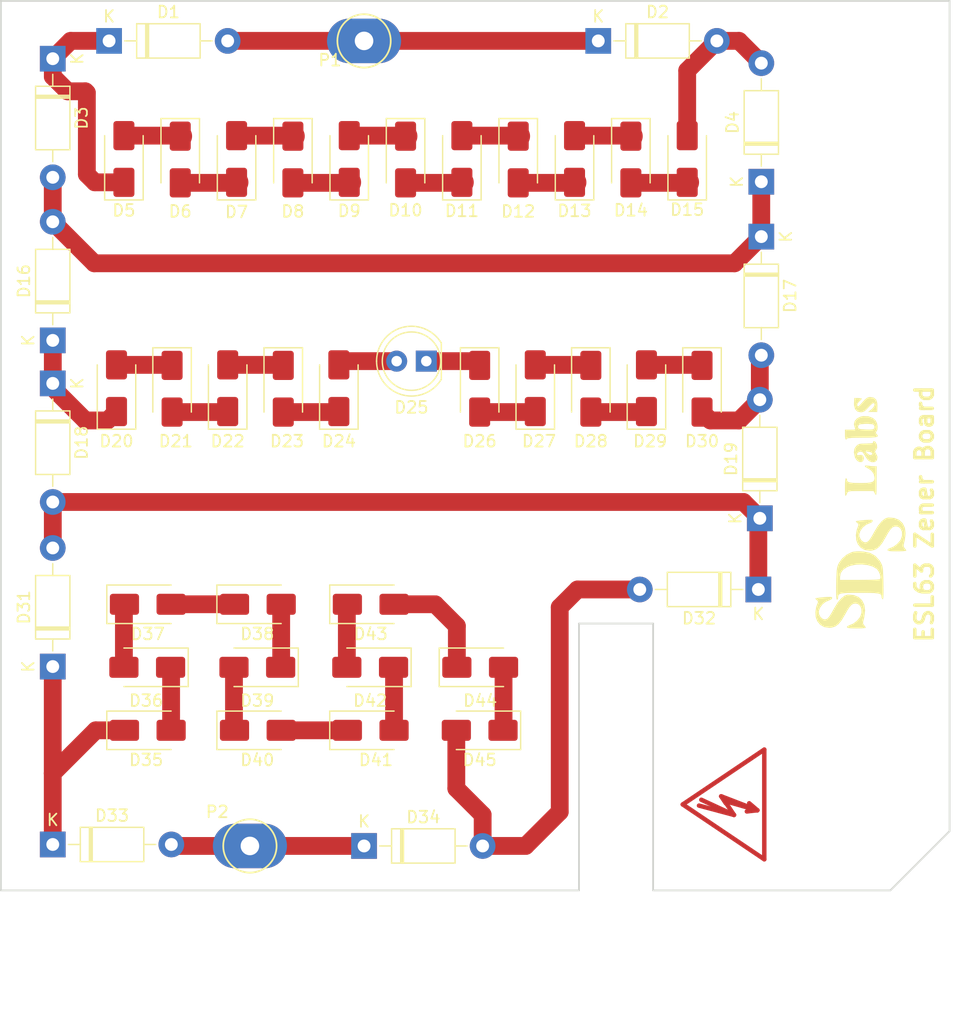
<source format=kicad_pcb>
(kicad_pcb (version 20221018) (generator pcbnew)

  (general
    (thickness 1.6)
  )

  (paper "USLetter")
  (title_block
    (title "Quad ESL-63 Zener Clamp Board")
    (date "12/3/2016")
    (company "SDS Labs")
  )

  (layers
    (0 "F.Cu" signal)
    (31 "B.Cu" signal)
    (32 "B.Adhes" user "B.Adhesive")
    (33 "F.Adhes" user "F.Adhesive")
    (34 "B.Paste" user)
    (35 "F.Paste" user)
    (36 "B.SilkS" user "B.Silkscreen")
    (37 "F.SilkS" user "F.Silkscreen")
    (38 "B.Mask" user)
    (39 "F.Mask" user)
    (40 "Dwgs.User" user "User.Drawings")
    (41 "Cmts.User" user "User.Comments")
    (42 "Eco1.User" user "User.Eco1")
    (43 "Eco2.User" user "User.Eco2")
    (44 "Edge.Cuts" user)
    (45 "Margin" user)
    (46 "B.CrtYd" user "B.Courtyard")
    (47 "F.CrtYd" user "F.Courtyard")
    (48 "B.Fab" user)
    (49 "F.Fab" user)
  )

  (setup
    (stackup
      (layer "F.SilkS" (type "Top Silk Screen"))
      (layer "F.Paste" (type "Top Solder Paste"))
      (layer "F.Mask" (type "Top Solder Mask") (thickness 0.01))
      (layer "F.Cu" (type "copper") (thickness 0.035))
      (layer "dielectric 1" (type "core") (thickness 1.51) (material "FR4") (epsilon_r 4.5) (loss_tangent 0.02))
      (layer "B.Cu" (type "copper") (thickness 0.035))
      (layer "B.Mask" (type "Bottom Solder Mask") (thickness 0.01))
      (layer "B.Paste" (type "Bottom Solder Paste"))
      (layer "B.SilkS" (type "Bottom Silk Screen"))
      (copper_finish "None")
      (dielectric_constraints no)
    )
    (pad_to_mask_clearance 0)
    (pcbplotparams
      (layerselection 0x00010f0_ffffffff)
      (plot_on_all_layers_selection 0x0000000_00000000)
      (disableapertmacros false)
      (usegerberextensions false)
      (usegerberattributes true)
      (usegerberadvancedattributes true)
      (creategerberjobfile true)
      (dashed_line_dash_ratio 12.000000)
      (dashed_line_gap_ratio 3.000000)
      (svgprecision 4)
      (plotframeref false)
      (viasonmask false)
      (mode 1)
      (useauxorigin false)
      (hpglpennumber 1)
      (hpglpenspeed 20)
      (hpglpendiameter 15.000000)
      (dxfpolygonmode true)
      (dxfimperialunits true)
      (dxfusepcbnewfont true)
      (psnegative false)
      (psa4output false)
      (plotreference true)
      (plotvalue true)
      (plotinvisibletext false)
      (sketchpadsonfab false)
      (subtractmaskfromsilk false)
      (outputformat 1)
      (mirror false)
      (drillshape 0)
      (scaleselection 1)
      (outputdirectory "")
    )
  )

  (net 0 "")
  (net 1 "Net-(D1-K)")
  (net 2 "Net-(D1-A)")
  (net 3 "Net-(D15-A)")
  (net 4 "Net-(D16-A)")
  (net 5 "Net-(D5-A)")
  (net 6 "Net-(D6-A)")
  (net 7 "Net-(D7-A)")
  (net 8 "Net-(D8-A)")
  (net 9 "Net-(D10-K)")
  (net 10 "Net-(D10-A)")
  (net 11 "Net-(D11-A)")
  (net 12 "Net-(D12-A)")
  (net 13 "Net-(D13-A)")
  (net 14 "Net-(D14-A)")
  (net 15 "Net-(D16-K)")
  (net 16 "Net-(D17-A)")
  (net 17 "Net-(D18-A)")
  (net 18 "Net-(D20-A)")
  (net 19 "Net-(D21-A)")
  (net 20 "Net-(D22-A)")
  (net 21 "Net-(D23-A)")
  (net 22 "Net-(D24-A)")
  (net 23 "Net-(D25-K)")
  (net 24 "Net-(D26-A)")
  (net 25 "Net-(D27-A)")
  (net 26 "Net-(D28-A)")
  (net 27 "Net-(D29-A)")
  (net 28 "Net-(D31-K)")
  (net 29 "Net-(D32-A)")
  (net 30 "Net-(D33-A)")
  (net 31 "Net-(D35-A)")
  (net 32 "Net-(D36-A)")
  (net 33 "Net-(D37-A)")
  (net 34 "Net-(D38-A)")
  (net 35 "Net-(D39-A)")
  (net 36 "Net-(D40-A)")
  (net 37 "Net-(D41-A)")
  (net 38 "Net-(D42-A)")
  (net 39 "Net-(D43-A)")
  (net 40 "Net-(D44-A)")

  (footprint "Diode_THT:D_DO-41_SOD81_P10.16mm_Horizontal" (layer "F.Cu") (at 104.14 73.66))

  (footprint "Diode_THT:D_DO-41_SOD81_P10.16mm_Horizontal" (layer "F.Cu") (at 146.05 73.66))

  (footprint "Diode_THT:D_DO-41_SOD81_P10.16mm_Horizontal" (layer "F.Cu") (at 99.314 75.184 -90))

  (footprint "Diode_THT:D_DO-41_SOD81_P10.16mm_Horizontal" (layer "F.Cu") (at 160.02 85.725 90))

  (footprint "Diode_THT:D_DO-41_SOD81_P10.16mm_Horizontal" (layer "F.Cu") (at 99.314 99.314 90))

  (footprint "Diode_THT:D_DO-41_SOD81_P10.16mm_Horizontal" (layer "F.Cu") (at 160.02 90.424 -90))

  (footprint "Diode_THT:D_DO-41_SOD81_P10.16mm_Horizontal" (layer "F.Cu") (at 99.314 102.997 -90))

  (footprint "Diode_THT:D_DO-41_SOD81_P10.16mm_Horizontal" (layer "F.Cu") (at 159.893 114.554 90))

  (footprint "LED_THT:LED_D5.0mm" (layer "F.Cu") (at 131.318 101.092 180))

  (footprint "Diode_THT:D_DO-41_SOD81_P10.16mm_Horizontal" (layer "F.Cu") (at 99.314 127.254 90))

  (footprint "Diode_THT:D_DO-41_SOD81_P10.16mm_Horizontal" (layer "F.Cu") (at 159.766 120.65 180))

  (footprint "Diode_THT:D_DO-41_SOD81_P10.16mm_Horizontal" (layer "F.Cu") (at 99.314 142.494))

  (footprint "Diode_THT:D_DO-41_SOD81_P10.16mm_Horizontal" (layer "F.Cu") (at 125.984 142.621))

  (footprint "Connect:1pin" (layer "F.Cu") (at 125.984 73.66))

  (footprint "Connect:1pin" (layer "F.Cu") (at 116.205 142.621))

  (footprint "Diode_SMD:D_SMA" (layer "F.Cu") (at 105.41 83.775 90))

  (footprint "Diode_SMD:D_SMA" (layer "F.Cu") (at 110.236 83.82 -90))

  (footprint "Diode_SMD:D_SMA" (layer "F.Cu") (at 115.062 83.775 90))

  (footprint "Diode_SMD:D_SMA" (layer "F.Cu") (at 119.888 83.82 -90))

  (footprint "Diode_SMD:D_SMA" (layer "F.Cu") (at 124.714 83.775 90))

  (footprint "Diode_SMD:D_SMA" (layer "F.Cu") (at 129.54 83.82 -90))

  (footprint "Diode_SMD:D_SMA" (layer "F.Cu") (at 134.366 83.775 90))

  (footprint "Diode_SMD:D_SMA" (layer "F.Cu") (at 139.192 83.82 -90))

  (footprint "Diode_SMD:D_SMA" (layer "F.Cu") (at 144.018 83.775 90))

  (footprint "Diode_SMD:D_SMA" (layer "F.Cu") (at 148.844 83.82 -90))

  (footprint "Diode_SMD:D_SMA" (layer "F.Cu") (at 153.67 83.775 90))

  (footprint "Diode_SMD:D_SMA" (layer "F.Cu") (at 104.775 103.41 90))

  (footprint "Diode_SMD:D_SMA" (layer "F.Cu") (at 109.5375 103.455 -90))

  (footprint "Diode_SMD:D_SMA" (layer "F.Cu") (at 114.3 103.41 90))

  (footprint "Diode_SMD:D_SMA" (layer "F.Cu") (at 119.0625 103.455 -90))

  (footprint "Diode_SMD:D_SMA" (layer "F.Cu") (at 123.825 103.41 90))

  (footprint "Diode_SMD:D_SMA" (layer "F.Cu") (at 135.89 103.455 -90))

  (footprint "Diode_SMD:D_SMA" (layer "F.Cu") (at 140.6525 103.41 90))

  (footprint "Diode_SMD:D_SMA" (layer "F.Cu") (at 145.415 103.455 -90))

  (footprint "Diode_SMD:D_SMA" (layer "F.Cu") (at 150.1775 103.41 90))

  (footprint "Diode_SMD:D_SMA" (layer "F.Cu") (at 154.94 103.455 -90))

  (footprint "Diode_SMD:D_SMA" (layer "F.Cu") (at 107.455 132.715))

  (footprint "Diode_SMD:D_SMA" (layer "F.Cu") (at 107.41 127.3175 180))

  (footprint "Diode_SMD:D_SMA" (layer "F.Cu") (at 107.455 121.92))

  (footprint "Diode_SMD:D_SMA" (layer "F.Cu") (at 116.885 121.92))

  (footprint "Diode_SMD:D_SMA" (layer "F.Cu") (at 116.84 127.3175 180))

  (footprint "Diode_SMD:D_SMA" (layer "F.Cu") (at 116.885 132.715))

  (footprint "Diode_SMD:D_SMA" (layer "F.Cu") (at 126.555 132.715))

  (footprint "Diode_SMD:D_SMA" (layer "F.Cu") (at 126.51 127.3175 180))

  (footprint "Diode_SMD:D_SMA" (layer "F.Cu")
    (tstamp 00000000-0000-0000-0000-0000582f8ce7)
    (at 126.555 121.92)
    (descr "Diode SMA (DO-214AC)")
    (tags "Diode SMA (DO-214AC)")
    (property "Sheetfile" "C:/Users/stokessd/Documents/Circuit Boards/esl63_zener_board/esl63_zener_boards.sch")
    (property "Sheetname" "")
    (path "/00000000-0000-0000-0000-0000582eccab")
    (attr smd)
    (fp_text reference "D43" (at 0 2.54) (layer "F.SilkS")
        (effects (font (size 1 1) (thickness 0.15)))
      (tstamp d9e66a69-970b-4993-b079-de74231cfdcc)
    )
    (fp_text value "ZENERsmall" (at 0.19 4.31) (layer "F.Fab")
        (effects (font (size 1 1) (thickness 0.15)))
      (tstamp da19c944-79cf-4790-b07c-542fbbaf882e)
    )
    (fp_text user "${REFERENCE}" (at 0 -2.5) (layer "F.Fab")
        (effects (font (size 1 1) (thickness 0.15)))
      (tstamp 7a034f77-f159-45b0-ab49-815c7d23c11f)
    )
    (fp_line (start -3.51 -1.65) (end -3.51 1.65)
      (stroke (width 0.12) (type solid)) (layer "F.SilkS") (tstamp 3560fef7-0222-415c-ab2e-82ae437906bf))
    (fp_line (start -3.51 -1.65) (end
... [51751 chars truncated]
</source>
